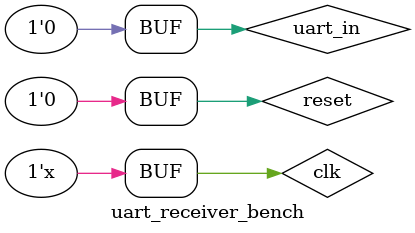
<source format=v>
/*
Author: Spence Johnston
Module: UART receiver main
Purpose: Entry point for uart receiver

Notes:
	reciever should poll 16x speed of transmitter
	baud = 9600 * 16 => 153600 hz
*/

module uart_receiver 
(
	input CLOCK_50, reset,
	input uart_in,//GPIO_0[11]
	output [6:0] HEX0, HEX1,
	output uart_out
);

//clk wire
wire clk_153600hz;
wire clk_9600hz;
//receiver_fsm output wires
wire [7:0] char_outw;
wire receiver_enablew;
//hex_to_bcd output wires
wire [3:0] onesw, tensw;

//part 1 using char_out 
clk_divider #(8,163) c0 (CLOCK_50, clk_153600hz); //153600hz 
receiver_fsm r0 (clk_153600hz, reset, uart_in, char_outw, receiver_enablew);
hex_to_bcd d0 (clk_153600hz, reset, receiver_enablew, char_outw, onesw, tensw);
bcd_hex_decoder d1 (onesw, HEX0); //HEX0 = ones place
bcd_hex_decoder d2(tensw, HEX1);

//input buff output wires
wire [7:0] char_out;
wire out_en;
//tranmit_fsm output wire
wire transmit_enw;

//part 2
clk_divider c1 (CLOCK_50, clk_9600hz);
input_buffer_fsm b0 (clk_153600hz, reset, receiver_enablew, transmit_enw, char_outw, char_out, out_en);
transmit_fsm t0 (clk_9600hz, out_en, reset, 1'b1, char_out, uart_out, transmit_enw);
endmodule 

//TESTBENCH
module uart_receiver_bench;

reg clk, reset, uart_in;
wire [6:0] ones;
wire [6:0] tens;

uart_receiver t0 (clk, reset, uart_in, ones, tens);

initial
begin
	clk = 1;
	reset = 1;
	uart_in = 1;
	
	#2 reset = 0;
	#2 uart_in = 0;
	#16 uart_in = 1;
	#16 uart_in = 0;
end

always
begin
	#1 clk = ~clk;
end
endmodule 

</source>
